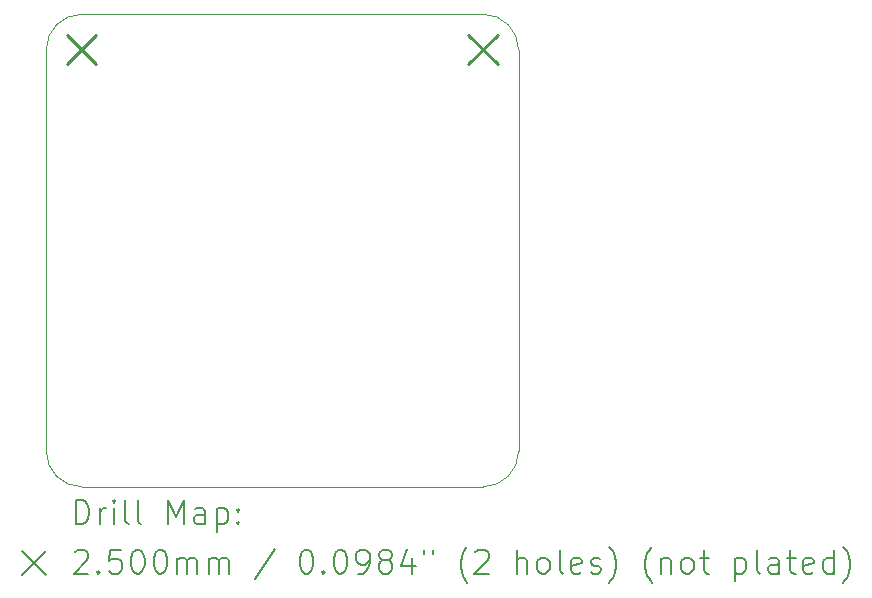
<source format=gbr>
%FSLAX45Y45*%
G04 Gerber Fmt 4.5, Leading zero omitted, Abs format (unit mm)*
G04 Created by KiCad (PCBNEW (6.0.0-0)) date 2022-08-17 22:21:45*
%MOMM*%
%LPD*%
G01*
G04 APERTURE LIST*
%TA.AperFunction,Profile*%
%ADD10C,0.100000*%
%TD*%
%ADD11C,0.200000*%
%ADD12C,0.250000*%
G04 APERTURE END LIST*
D10*
X13300000Y-6000000D02*
X16700000Y-6000000D01*
X16700000Y-10000000D02*
G75*
G03*
X17000000Y-9700000I0J300000D01*
G01*
X17000000Y-6300000D02*
X17000000Y-9700000D01*
X17000000Y-6300000D02*
G75*
G03*
X16700000Y-6000000I-300000J0D01*
G01*
X13000000Y-9700000D02*
X13000000Y-6300000D01*
X13000000Y-9700000D02*
G75*
G03*
X13300000Y-10000000I300000J0D01*
G01*
X13300000Y-6000000D02*
G75*
G03*
X13000000Y-6300000I0J-300000D01*
G01*
X16700000Y-10000000D02*
X13300000Y-10000000D01*
D11*
D12*
X13175000Y-6175000D02*
X13425000Y-6425000D01*
X13425000Y-6175000D02*
X13175000Y-6425000D01*
X16575000Y-6175000D02*
X16825000Y-6425000D01*
X16825000Y-6175000D02*
X16575000Y-6425000D01*
D11*
X13252619Y-10315476D02*
X13252619Y-10115476D01*
X13300238Y-10115476D01*
X13328809Y-10125000D01*
X13347857Y-10144048D01*
X13357381Y-10163095D01*
X13366905Y-10201190D01*
X13366905Y-10229762D01*
X13357381Y-10267857D01*
X13347857Y-10286905D01*
X13328809Y-10305952D01*
X13300238Y-10315476D01*
X13252619Y-10315476D01*
X13452619Y-10315476D02*
X13452619Y-10182143D01*
X13452619Y-10220238D02*
X13462143Y-10201190D01*
X13471667Y-10191667D01*
X13490714Y-10182143D01*
X13509762Y-10182143D01*
X13576428Y-10315476D02*
X13576428Y-10182143D01*
X13576428Y-10115476D02*
X13566905Y-10125000D01*
X13576428Y-10134524D01*
X13585952Y-10125000D01*
X13576428Y-10115476D01*
X13576428Y-10134524D01*
X13700238Y-10315476D02*
X13681190Y-10305952D01*
X13671667Y-10286905D01*
X13671667Y-10115476D01*
X13805000Y-10315476D02*
X13785952Y-10305952D01*
X13776428Y-10286905D01*
X13776428Y-10115476D01*
X14033571Y-10315476D02*
X14033571Y-10115476D01*
X14100238Y-10258333D01*
X14166905Y-10115476D01*
X14166905Y-10315476D01*
X14347857Y-10315476D02*
X14347857Y-10210714D01*
X14338333Y-10191667D01*
X14319286Y-10182143D01*
X14281190Y-10182143D01*
X14262143Y-10191667D01*
X14347857Y-10305952D02*
X14328809Y-10315476D01*
X14281190Y-10315476D01*
X14262143Y-10305952D01*
X14252619Y-10286905D01*
X14252619Y-10267857D01*
X14262143Y-10248810D01*
X14281190Y-10239286D01*
X14328809Y-10239286D01*
X14347857Y-10229762D01*
X14443095Y-10182143D02*
X14443095Y-10382143D01*
X14443095Y-10191667D02*
X14462143Y-10182143D01*
X14500238Y-10182143D01*
X14519286Y-10191667D01*
X14528809Y-10201190D01*
X14538333Y-10220238D01*
X14538333Y-10277381D01*
X14528809Y-10296429D01*
X14519286Y-10305952D01*
X14500238Y-10315476D01*
X14462143Y-10315476D01*
X14443095Y-10305952D01*
X14624048Y-10296429D02*
X14633571Y-10305952D01*
X14624048Y-10315476D01*
X14614524Y-10305952D01*
X14624048Y-10296429D01*
X14624048Y-10315476D01*
X14624048Y-10191667D02*
X14633571Y-10201190D01*
X14624048Y-10210714D01*
X14614524Y-10201190D01*
X14624048Y-10191667D01*
X14624048Y-10210714D01*
X12795000Y-10545000D02*
X12995000Y-10745000D01*
X12995000Y-10545000D02*
X12795000Y-10745000D01*
X13243095Y-10554524D02*
X13252619Y-10545000D01*
X13271667Y-10535476D01*
X13319286Y-10535476D01*
X13338333Y-10545000D01*
X13347857Y-10554524D01*
X13357381Y-10573571D01*
X13357381Y-10592619D01*
X13347857Y-10621190D01*
X13233571Y-10735476D01*
X13357381Y-10735476D01*
X13443095Y-10716429D02*
X13452619Y-10725952D01*
X13443095Y-10735476D01*
X13433571Y-10725952D01*
X13443095Y-10716429D01*
X13443095Y-10735476D01*
X13633571Y-10535476D02*
X13538333Y-10535476D01*
X13528809Y-10630714D01*
X13538333Y-10621190D01*
X13557381Y-10611667D01*
X13605000Y-10611667D01*
X13624048Y-10621190D01*
X13633571Y-10630714D01*
X13643095Y-10649762D01*
X13643095Y-10697381D01*
X13633571Y-10716429D01*
X13624048Y-10725952D01*
X13605000Y-10735476D01*
X13557381Y-10735476D01*
X13538333Y-10725952D01*
X13528809Y-10716429D01*
X13766905Y-10535476D02*
X13785952Y-10535476D01*
X13805000Y-10545000D01*
X13814524Y-10554524D01*
X13824048Y-10573571D01*
X13833571Y-10611667D01*
X13833571Y-10659286D01*
X13824048Y-10697381D01*
X13814524Y-10716429D01*
X13805000Y-10725952D01*
X13785952Y-10735476D01*
X13766905Y-10735476D01*
X13747857Y-10725952D01*
X13738333Y-10716429D01*
X13728809Y-10697381D01*
X13719286Y-10659286D01*
X13719286Y-10611667D01*
X13728809Y-10573571D01*
X13738333Y-10554524D01*
X13747857Y-10545000D01*
X13766905Y-10535476D01*
X13957381Y-10535476D02*
X13976428Y-10535476D01*
X13995476Y-10545000D01*
X14005000Y-10554524D01*
X14014524Y-10573571D01*
X14024048Y-10611667D01*
X14024048Y-10659286D01*
X14014524Y-10697381D01*
X14005000Y-10716429D01*
X13995476Y-10725952D01*
X13976428Y-10735476D01*
X13957381Y-10735476D01*
X13938333Y-10725952D01*
X13928809Y-10716429D01*
X13919286Y-10697381D01*
X13909762Y-10659286D01*
X13909762Y-10611667D01*
X13919286Y-10573571D01*
X13928809Y-10554524D01*
X13938333Y-10545000D01*
X13957381Y-10535476D01*
X14109762Y-10735476D02*
X14109762Y-10602143D01*
X14109762Y-10621190D02*
X14119286Y-10611667D01*
X14138333Y-10602143D01*
X14166905Y-10602143D01*
X14185952Y-10611667D01*
X14195476Y-10630714D01*
X14195476Y-10735476D01*
X14195476Y-10630714D02*
X14205000Y-10611667D01*
X14224048Y-10602143D01*
X14252619Y-10602143D01*
X14271667Y-10611667D01*
X14281190Y-10630714D01*
X14281190Y-10735476D01*
X14376428Y-10735476D02*
X14376428Y-10602143D01*
X14376428Y-10621190D02*
X14385952Y-10611667D01*
X14405000Y-10602143D01*
X14433571Y-10602143D01*
X14452619Y-10611667D01*
X14462143Y-10630714D01*
X14462143Y-10735476D01*
X14462143Y-10630714D02*
X14471667Y-10611667D01*
X14490714Y-10602143D01*
X14519286Y-10602143D01*
X14538333Y-10611667D01*
X14547857Y-10630714D01*
X14547857Y-10735476D01*
X14938333Y-10525952D02*
X14766905Y-10783095D01*
X15195476Y-10535476D02*
X15214524Y-10535476D01*
X15233571Y-10545000D01*
X15243095Y-10554524D01*
X15252619Y-10573571D01*
X15262143Y-10611667D01*
X15262143Y-10659286D01*
X15252619Y-10697381D01*
X15243095Y-10716429D01*
X15233571Y-10725952D01*
X15214524Y-10735476D01*
X15195476Y-10735476D01*
X15176428Y-10725952D01*
X15166905Y-10716429D01*
X15157381Y-10697381D01*
X15147857Y-10659286D01*
X15147857Y-10611667D01*
X15157381Y-10573571D01*
X15166905Y-10554524D01*
X15176428Y-10545000D01*
X15195476Y-10535476D01*
X15347857Y-10716429D02*
X15357381Y-10725952D01*
X15347857Y-10735476D01*
X15338333Y-10725952D01*
X15347857Y-10716429D01*
X15347857Y-10735476D01*
X15481190Y-10535476D02*
X15500238Y-10535476D01*
X15519286Y-10545000D01*
X15528809Y-10554524D01*
X15538333Y-10573571D01*
X15547857Y-10611667D01*
X15547857Y-10659286D01*
X15538333Y-10697381D01*
X15528809Y-10716429D01*
X15519286Y-10725952D01*
X15500238Y-10735476D01*
X15481190Y-10735476D01*
X15462143Y-10725952D01*
X15452619Y-10716429D01*
X15443095Y-10697381D01*
X15433571Y-10659286D01*
X15433571Y-10611667D01*
X15443095Y-10573571D01*
X15452619Y-10554524D01*
X15462143Y-10545000D01*
X15481190Y-10535476D01*
X15643095Y-10735476D02*
X15681190Y-10735476D01*
X15700238Y-10725952D01*
X15709762Y-10716429D01*
X15728809Y-10687857D01*
X15738333Y-10649762D01*
X15738333Y-10573571D01*
X15728809Y-10554524D01*
X15719286Y-10545000D01*
X15700238Y-10535476D01*
X15662143Y-10535476D01*
X15643095Y-10545000D01*
X15633571Y-10554524D01*
X15624048Y-10573571D01*
X15624048Y-10621190D01*
X15633571Y-10640238D01*
X15643095Y-10649762D01*
X15662143Y-10659286D01*
X15700238Y-10659286D01*
X15719286Y-10649762D01*
X15728809Y-10640238D01*
X15738333Y-10621190D01*
X15852619Y-10621190D02*
X15833571Y-10611667D01*
X15824048Y-10602143D01*
X15814524Y-10583095D01*
X15814524Y-10573571D01*
X15824048Y-10554524D01*
X15833571Y-10545000D01*
X15852619Y-10535476D01*
X15890714Y-10535476D01*
X15909762Y-10545000D01*
X15919286Y-10554524D01*
X15928809Y-10573571D01*
X15928809Y-10583095D01*
X15919286Y-10602143D01*
X15909762Y-10611667D01*
X15890714Y-10621190D01*
X15852619Y-10621190D01*
X15833571Y-10630714D01*
X15824048Y-10640238D01*
X15814524Y-10659286D01*
X15814524Y-10697381D01*
X15824048Y-10716429D01*
X15833571Y-10725952D01*
X15852619Y-10735476D01*
X15890714Y-10735476D01*
X15909762Y-10725952D01*
X15919286Y-10716429D01*
X15928809Y-10697381D01*
X15928809Y-10659286D01*
X15919286Y-10640238D01*
X15909762Y-10630714D01*
X15890714Y-10621190D01*
X16100238Y-10602143D02*
X16100238Y-10735476D01*
X16052619Y-10525952D02*
X16005000Y-10668810D01*
X16128809Y-10668810D01*
X16195476Y-10535476D02*
X16195476Y-10573571D01*
X16271667Y-10535476D02*
X16271667Y-10573571D01*
X16566905Y-10811667D02*
X16557381Y-10802143D01*
X16538333Y-10773571D01*
X16528809Y-10754524D01*
X16519286Y-10725952D01*
X16509762Y-10678333D01*
X16509762Y-10640238D01*
X16519286Y-10592619D01*
X16528809Y-10564048D01*
X16538333Y-10545000D01*
X16557381Y-10516429D01*
X16566905Y-10506905D01*
X16633571Y-10554524D02*
X16643095Y-10545000D01*
X16662143Y-10535476D01*
X16709762Y-10535476D01*
X16728809Y-10545000D01*
X16738333Y-10554524D01*
X16747857Y-10573571D01*
X16747857Y-10592619D01*
X16738333Y-10621190D01*
X16624048Y-10735476D01*
X16747857Y-10735476D01*
X16985952Y-10735476D02*
X16985952Y-10535476D01*
X17071667Y-10735476D02*
X17071667Y-10630714D01*
X17062143Y-10611667D01*
X17043095Y-10602143D01*
X17014524Y-10602143D01*
X16995476Y-10611667D01*
X16985952Y-10621190D01*
X17195476Y-10735476D02*
X17176429Y-10725952D01*
X17166905Y-10716429D01*
X17157381Y-10697381D01*
X17157381Y-10640238D01*
X17166905Y-10621190D01*
X17176429Y-10611667D01*
X17195476Y-10602143D01*
X17224048Y-10602143D01*
X17243095Y-10611667D01*
X17252619Y-10621190D01*
X17262143Y-10640238D01*
X17262143Y-10697381D01*
X17252619Y-10716429D01*
X17243095Y-10725952D01*
X17224048Y-10735476D01*
X17195476Y-10735476D01*
X17376429Y-10735476D02*
X17357381Y-10725952D01*
X17347857Y-10706905D01*
X17347857Y-10535476D01*
X17528810Y-10725952D02*
X17509762Y-10735476D01*
X17471667Y-10735476D01*
X17452619Y-10725952D01*
X17443095Y-10706905D01*
X17443095Y-10630714D01*
X17452619Y-10611667D01*
X17471667Y-10602143D01*
X17509762Y-10602143D01*
X17528810Y-10611667D01*
X17538333Y-10630714D01*
X17538333Y-10649762D01*
X17443095Y-10668810D01*
X17614524Y-10725952D02*
X17633571Y-10735476D01*
X17671667Y-10735476D01*
X17690714Y-10725952D01*
X17700238Y-10706905D01*
X17700238Y-10697381D01*
X17690714Y-10678333D01*
X17671667Y-10668810D01*
X17643095Y-10668810D01*
X17624048Y-10659286D01*
X17614524Y-10640238D01*
X17614524Y-10630714D01*
X17624048Y-10611667D01*
X17643095Y-10602143D01*
X17671667Y-10602143D01*
X17690714Y-10611667D01*
X17766905Y-10811667D02*
X17776429Y-10802143D01*
X17795476Y-10773571D01*
X17805000Y-10754524D01*
X17814524Y-10725952D01*
X17824048Y-10678333D01*
X17824048Y-10640238D01*
X17814524Y-10592619D01*
X17805000Y-10564048D01*
X17795476Y-10545000D01*
X17776429Y-10516429D01*
X17766905Y-10506905D01*
X18128810Y-10811667D02*
X18119286Y-10802143D01*
X18100238Y-10773571D01*
X18090714Y-10754524D01*
X18081190Y-10725952D01*
X18071667Y-10678333D01*
X18071667Y-10640238D01*
X18081190Y-10592619D01*
X18090714Y-10564048D01*
X18100238Y-10545000D01*
X18119286Y-10516429D01*
X18128810Y-10506905D01*
X18205000Y-10602143D02*
X18205000Y-10735476D01*
X18205000Y-10621190D02*
X18214524Y-10611667D01*
X18233571Y-10602143D01*
X18262143Y-10602143D01*
X18281190Y-10611667D01*
X18290714Y-10630714D01*
X18290714Y-10735476D01*
X18414524Y-10735476D02*
X18395476Y-10725952D01*
X18385952Y-10716429D01*
X18376429Y-10697381D01*
X18376429Y-10640238D01*
X18385952Y-10621190D01*
X18395476Y-10611667D01*
X18414524Y-10602143D01*
X18443095Y-10602143D01*
X18462143Y-10611667D01*
X18471667Y-10621190D01*
X18481190Y-10640238D01*
X18481190Y-10697381D01*
X18471667Y-10716429D01*
X18462143Y-10725952D01*
X18443095Y-10735476D01*
X18414524Y-10735476D01*
X18538333Y-10602143D02*
X18614524Y-10602143D01*
X18566905Y-10535476D02*
X18566905Y-10706905D01*
X18576429Y-10725952D01*
X18595476Y-10735476D01*
X18614524Y-10735476D01*
X18833571Y-10602143D02*
X18833571Y-10802143D01*
X18833571Y-10611667D02*
X18852619Y-10602143D01*
X18890714Y-10602143D01*
X18909762Y-10611667D01*
X18919286Y-10621190D01*
X18928810Y-10640238D01*
X18928810Y-10697381D01*
X18919286Y-10716429D01*
X18909762Y-10725952D01*
X18890714Y-10735476D01*
X18852619Y-10735476D01*
X18833571Y-10725952D01*
X19043095Y-10735476D02*
X19024048Y-10725952D01*
X19014524Y-10706905D01*
X19014524Y-10535476D01*
X19205000Y-10735476D02*
X19205000Y-10630714D01*
X19195476Y-10611667D01*
X19176429Y-10602143D01*
X19138333Y-10602143D01*
X19119286Y-10611667D01*
X19205000Y-10725952D02*
X19185952Y-10735476D01*
X19138333Y-10735476D01*
X19119286Y-10725952D01*
X19109762Y-10706905D01*
X19109762Y-10687857D01*
X19119286Y-10668810D01*
X19138333Y-10659286D01*
X19185952Y-10659286D01*
X19205000Y-10649762D01*
X19271667Y-10602143D02*
X19347857Y-10602143D01*
X19300238Y-10535476D02*
X19300238Y-10706905D01*
X19309762Y-10725952D01*
X19328810Y-10735476D01*
X19347857Y-10735476D01*
X19490714Y-10725952D02*
X19471667Y-10735476D01*
X19433571Y-10735476D01*
X19414524Y-10725952D01*
X19405000Y-10706905D01*
X19405000Y-10630714D01*
X19414524Y-10611667D01*
X19433571Y-10602143D01*
X19471667Y-10602143D01*
X19490714Y-10611667D01*
X19500238Y-10630714D01*
X19500238Y-10649762D01*
X19405000Y-10668810D01*
X19671667Y-10735476D02*
X19671667Y-10535476D01*
X19671667Y-10725952D02*
X19652619Y-10735476D01*
X19614524Y-10735476D01*
X19595476Y-10725952D01*
X19585952Y-10716429D01*
X19576429Y-10697381D01*
X19576429Y-10640238D01*
X19585952Y-10621190D01*
X19595476Y-10611667D01*
X19614524Y-10602143D01*
X19652619Y-10602143D01*
X19671667Y-10611667D01*
X19747857Y-10811667D02*
X19757381Y-10802143D01*
X19776429Y-10773571D01*
X19785952Y-10754524D01*
X19795476Y-10725952D01*
X19805000Y-10678333D01*
X19805000Y-10640238D01*
X19795476Y-10592619D01*
X19785952Y-10564048D01*
X19776429Y-10545000D01*
X19757381Y-10516429D01*
X19747857Y-10506905D01*
M02*

</source>
